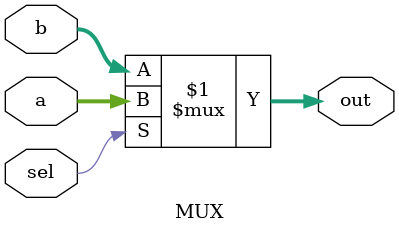
<source format=v>
`timescale 1ns / 1ns
module MUX(input [10:0] a, input [10:0] b, input sel, output [10:0] out
    );

assign out = sel ? a : b;
endmodule

</source>
